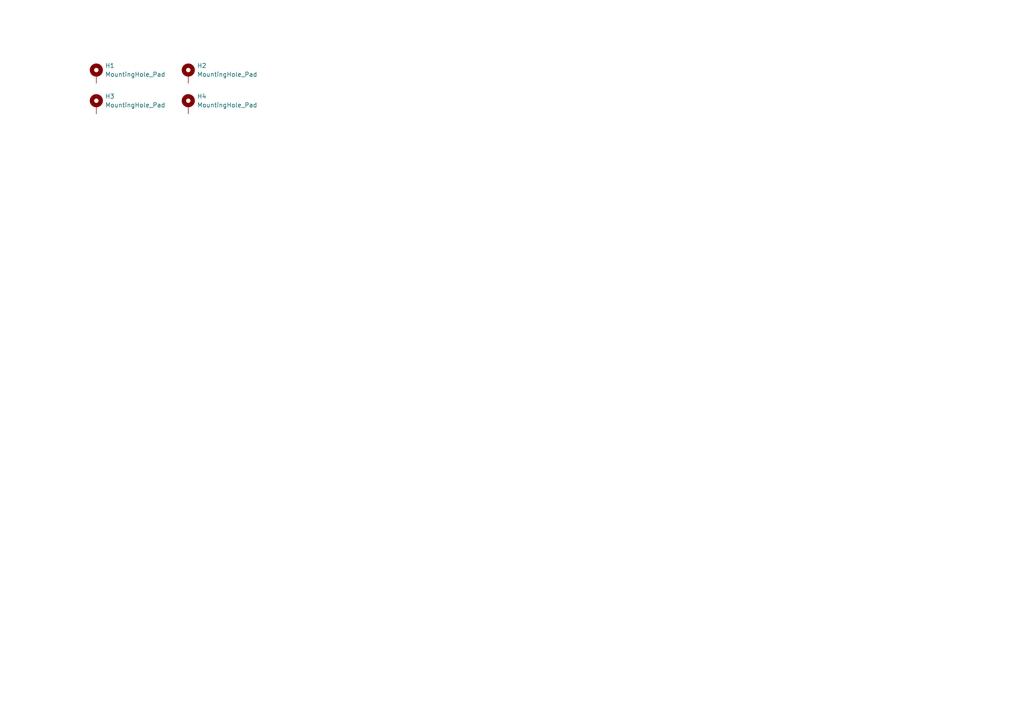
<source format=kicad_sch>
(kicad_sch (version 20231120) (generator "eeschema") (generator_version "8.0")
  (paper "A4")
  (lib_symbols
    (symbol "Mechanical:MountingHole_Pad" (pin_numbers hide) (pin_names (offset 1.016) hide) (exclude_from_sim yes) (in_bom no)
      (property "Reference" "H" (at 0 6.35 0))
      (property "Value" "MountingHole_Pad" (at 0 4.445 0))
      (symbol "MountingHole_Pad_0_1"
        (circle (center 0 1.27) (radius 1.27) (stroke (width 1.27)))
      )
      (symbol "MountingHole_Pad_1_1"
        (pin input line (at 0 -2.54 90) (length 2.54) (name "1") (number "1"))
      )
    )
  )
  (symbol (lib_id "Mechanical:MountingHole_Pad") (at 27.94 21.59 0) (unit 1) (exclude_from_sim yes) (in_bom no)
    (property "Reference" "H1" (at 30.48 19.0499 0) (effects (justify left)))
    (property "Value" "MountingHole_Pad" (at 30.48 21.5899 0) (effects (justify left)))
    (property "Footprint" "MountingHole:MountingHole_3.2mm_M3_Pad" (effects (hide yes)))
    (property "Description" "Mounting Hole with connection" (effects (hide yes)))
  )
  (symbol (lib_id "Mechanical:MountingHole_Pad") (at 54.61 30.48 0) (unit 1) (exclude_from_sim yes) (in_bom no)
    (property "Reference" "H4" (at 57.15 27.9399 0) (effects (justify left)))
    (property "Value" "MountingHole_Pad" (at 57.15 30.4799 0) (effects (justify left)))
    (property "Footprint" "MountingHole:MountingHole_3.2mm_M3_Pad" (effects (hide yes)))
    (property "Description" "Mounting Hole with connection" (effects (hide yes)))
  )
  (symbol (lib_id "Mechanical:MountingHole_Pad") (at 27.94 30.48 0) (unit 1) (exclude_from_sim yes) (in_bom no)
    (property "Reference" "H3" (at 30.48 27.9399 0) (effects (justify left)))
    (property "Value" "MountingHole_Pad" (at 30.48 30.4799 0) (effects (justify left)))
    (property "Footprint" "MountingHole:MountingHole_3.2mm_M3_Pad" (effects (hide yes)))
    (property "Description" "Mounting Hole with connection" (effects (hide yes)))
  )
  (symbol (lib_id "Mechanical:MountingHole_Pad") (at 54.61 21.59 0) (unit 1) (exclude_from_sim yes) (in_bom no)
    (property "Reference" "H2" (at 57.15 19.0499 0) (effects (justify left)))
    (property "Value" "MountingHole_Pad" (at 57.15 21.5899 0) (effects (justify left)))
    (property "Footprint" "MountingHole:MountingHole_3.2mm_M3_Pad" (effects (hide yes)))
    (property "Description" "Mounting Hole with connection" (effects (hide yes)))
  )
)
</source>
